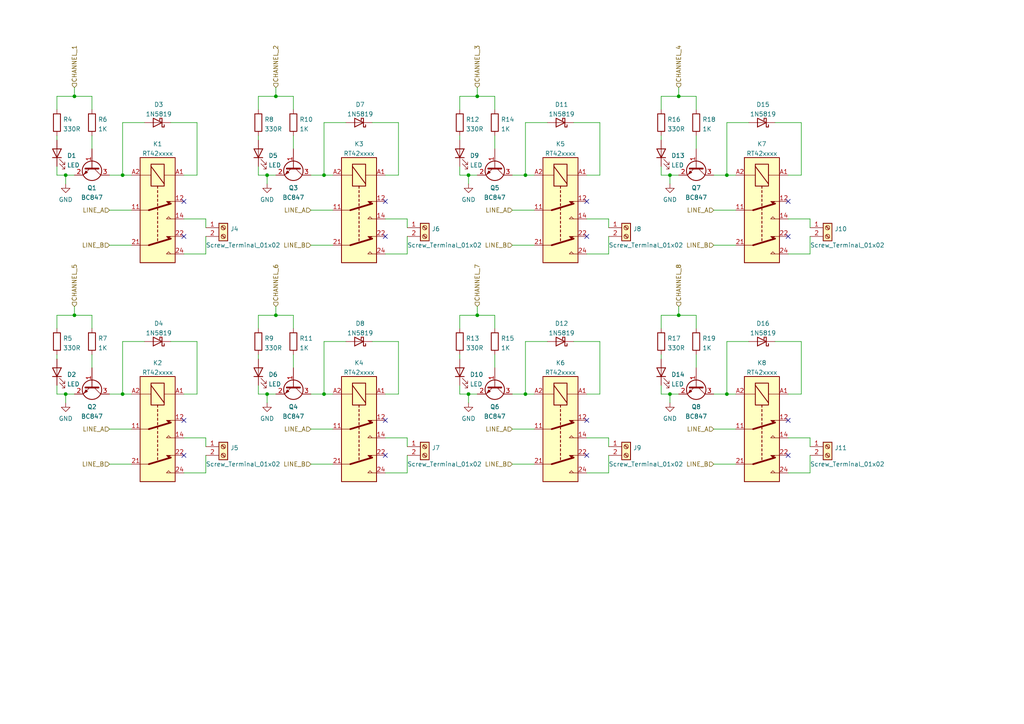
<source format=kicad_sch>
(kicad_sch (version 20211123) (generator eeschema)
  (paper "A4")
  (title_block (title "8 Channel Relay") (date "2022-03-19") (rev "1.0.0") (company "Matthew Nickson") (comment 1 "Licence: CC-BY-SA-4.0"))
  (lib_symbols
    (symbol "Connector:Screw_Terminal_01x02" (pin_names (offset 1.016) hide)
      (property "Reference" "J" (at 0 2.54 0))
      (property "Value" "Screw_Terminal_01x02" (at 0 -5.08 0))
      (symbol "Screw_Terminal_01x02_1_1"
        (rectangle (start -1.27 1.27) (end 1.27 -3.81) (stroke (width 0.254)) (fill (type background)))
        (circle (center 0 -2.54) (radius 0.635) (stroke (width 0.1524)))
        (polyline (pts (xy -0.5334 -2.2098) (xy 0.3302 -3.048)) (stroke (width 0.1524)))
        (polyline (pts (xy -0.5334 0.3302) (xy 0.3302 -0.508)) (stroke (width 0.1524)))
        (polyline (pts (xy -0.3556 -2.032) (xy 0.508 -2.8702)) (stroke (width 0.1524)))
        (polyline (pts (xy -0.3556 0.508) (xy 0.508 -0.3302)) (stroke (width 0.1524)))
        (circle (center 0 0) (radius 0.635) (stroke (width 0.1524)))
        (pin passive line (at -5.08 0 0) (length 3.81) (name "Pin_1") (number "1"))
        (pin passive line (at -5.08 -2.54 0) (length 3.81) (name "Pin_2") (number "2"))
      )
    )
    (symbol "Device:LED" (pin_numbers hide) (pin_names (offset 1.016) hide)
      (property "Reference" "D" (at 0 2.54 0))
      (property "Value" "LED" (at 0 -2.54 0))
      (symbol "LED_0_1"
        (polyline (pts (xy -1.27 -1.27) (xy -1.27 1.27)) (stroke (width 0.254)))
        (polyline (pts (xy -1.27 0) (xy 1.27 0)))
        (polyline (pts (xy 1.27 -1.27) (xy 1.27 1.27) (xy -1.27 0) (xy 1.27 -1.27)) (stroke (width 0.254)))
        (polyline (pts (xy -3.048 -0.762) (xy -4.572 -2.286) (xy -3.81 -2.286) (xy -4.572 -2.286) (xy -4.572 -1.524)))
        (polyline (pts (xy -1.778 -0.762) (xy -3.302 -2.286) (xy -2.54 -2.286) (xy -3.302 -2.286) (xy -3.302 -1.524)))
      )
      (symbol "LED_1_1"
        (pin passive line (at -3.81 0 0) (length 2.54) (name "K") (number "1"))
        (pin passive line (at 3.81 0 180) (length 2.54) (name "A") (number "2"))
      )
    )
    (symbol "Device:R" (pin_numbers hide) (pin_names (offset 0))
      (property "Reference" "R" (at 2.032 0 90))
      (property "Value" "R" (at 0 0 90))
      (symbol "R_0_1"
        (rectangle (start -1.016 -2.54) (end 1.016 2.54) (stroke (width 0.254)))
      )
      (symbol "R_1_1"
        (pin passive line (at 0 3.81 270) (length 1.27) (name "~") (number "1"))
        (pin passive line (at 0 -3.81 90) (length 1.27) (name "~") (number "2"))
      )
    )
    (symbol "Diode:1N5819" (pin_numbers hide) (pin_names (offset 1.016) hide)
      (property "Reference" "D" (at 0 2.54 0))
      (property "Value" "1N5819" (at 0 -2.54 0))
      (symbol "1N5819_0_1"
        (polyline (pts (xy 1.27 0) (xy -1.27 0)))
        (polyline (pts (xy 1.27 1.27) (xy 1.27 -1.27) (xy -1.27 0) (xy 1.27 1.27)) (stroke (width 0.254)))
        (polyline (pts (xy -1.905 0.635) (xy -1.905 1.27) (xy -1.27 1.27) (xy -1.27 -1.27) (xy -0.635 -1.27) (xy -0.635 -0.635)) (stroke (width 0.254)))
      )
      (symbol "1N5819_1_1"
        (pin passive line (at -3.81 0 0) (length 2.54) (name "K") (number "1"))
        (pin passive line (at 3.81 0 180) (length 2.54) (name "A") (number "2"))
      )
    )
    (symbol "Relay:RT42xxxx"
      (property "Reference" "K" (at 16.51 3.81 0))
      (property "Value" "RT42xxxx" (at 16.51 1.27 0))
      (symbol "RT42xxxx_0_1"
        (rectangle (start -15.24 5.08) (end 15.24 -5.08) (stroke (width 0.254)) (fill (type background)))
        (rectangle (start -13.335 1.905) (end -6.985 -1.905) (stroke (width 0.254)))
        (polyline (pts (xy -12.7 -1.905) (xy -7.62 1.905)) (stroke (width 0.254)))
        (polyline (pts (xy -10.16 -5.08) (xy -10.16 -1.905)))
        (polyline (pts (xy -10.16 5.08) (xy -10.16 1.905)))
        (polyline (pts (xy -6.985 0) (xy -6.35 0)) (stroke (width 0.254)))
        (polyline (pts (xy -5.715 0) (xy -5.08 0)) (stroke (width 0.254)))
        (polyline (pts (xy -4.445 0) (xy -3.81 0)) (stroke (width 0.254)))
        (polyline (pts (xy -3.175 0) (xy -2.54 0)) (stroke (width 0.254)))
        (polyline (pts (xy -1.905 0) (xy -1.27 0)) (stroke (width 0.254)))
        (polyline (pts (xy -0.635 0) (xy 0 0)) (stroke (width 0.254)))
        (polyline (pts (xy 0 -2.54) (xy -1.905 3.81)) (stroke (width 0.508)))
        (polyline (pts (xy 0 -2.54) (xy 0 -5.08)))
        (polyline (pts (xy 0.635 0) (xy 1.27 0)) (stroke (width 0.254)))
        (polyline (pts (xy 1.905 0) (xy 2.54 0)) (stroke (width 0.254)))
        (polyline (pts (xy 3.175 0) (xy 3.81 0)) (stroke (width 0.254)))
        (polyline (pts (xy 4.445 0) (xy 5.08 0)) (stroke (width 0.254)))
        (polyline (pts (xy 5.715 0) (xy 6.35 0)) (stroke (width 0.254)))
        (polyline (pts (xy 6.985 0) (xy 7.62 0)) (stroke (width 0.254)))
        (polyline (pts (xy 8.255 0) (xy 8.89 0)) (stroke (width 0.254)))
        (polyline (pts (xy 10.16 -2.54) (xy 8.255 3.81)) (stroke (width 0.508)))
        (polyline (pts (xy 10.16 -2.54) (xy 10.16 -5.08)))
        (polyline (pts (xy -2.54 5.08) (xy -2.54 2.54) (xy -1.905 3.175) (xy -2.54 3.81)) (fill (type outline)))
        (polyline (pts (xy 2.54 5.08) (xy 2.54 2.54) (xy 1.905 3.175) (xy 2.54 3.81)))
        (polyline (pts (xy 7.62 5.08) (xy 7.62 2.54) (xy 8.255 3.175) (xy 7.62 3.81)) (fill (type outline)))
        (polyline (pts (xy 12.7 5.08) (xy 12.7 2.54) (xy 12.065 3.175) (xy 12.7 3.81)))
      )
      (symbol "RT42xxxx_1_1"
        (pin passive line (at 0 -7.62 90) (length 2.54) (name "~") (number "11"))
        (pin passive line (at -2.54 7.62 270) (length 2.54) (name "~") (number "12"))
        (pin passive line (at 2.54 7.62 270) (length 2.54) (name "~") (number "14"))
        (pin passive line (at 10.16 -7.62 90) (length 2.54) (name "~") (number "21"))
        (pin passive line (at 7.62 7.62 270) (length 2.54) (name "~") (number "22"))
        (pin passive line (at 12.7 7.62 270) (length 2.54) (name "~") (number "24"))
        (pin passive line (at -10.16 7.62 270) (length 2.54) (name "~") (number "A1"))
        (pin passive line (at -10.16 -7.62 90) (length 2.54) (name "~") (number "A2"))
      )
    )
    (symbol "Transistor_BJT:BC847" (pin_names (offset 0) hide)
      (property "Reference" "Q" (at 5.08 1.905 0))
      (property "Value" "BC847" (at 5.08 0 0))
      (symbol "BC847_0_1"
        (polyline (pts (xy 0.635 0.635) (xy 2.54 2.54)))
        (polyline (pts (xy 0.635 -0.635) (xy 2.54 -2.54) (xy 2.54 -2.54)))
        (polyline (pts (xy 0.635 1.905) (xy 0.635 -1.905) (xy 0.635 -1.905)) (stroke (width 0.508)))
        (polyline (pts (xy 1.27 -1.778) (xy 1.778 -1.27) (xy 2.286 -2.286) (xy 1.27 -1.778) (xy 1.27 -1.778)) (fill (type outline)))
        (circle (center 1.27 0) (radius 2.8194) (stroke (width 0.254)))
      )
      (symbol "BC847_1_1"
        (pin input line (at -5.08 0 0) (length 5.715) (name "B") (number "1"))
        (pin passive line (at 2.54 -5.08 90) (length 2.54) (name "E") (number "2"))
        (pin passive line (at 2.54 5.08 270) (length 2.54) (name "C") (number "3"))
      )
    )
    (symbol "power:GND" (power) (pin_names (offset 0))
      (property "Value" "GND" (at 0 -3.81 0))
      (symbol "GND_0_1"
        (polyline (pts (xy 0 0) (xy 0 -1.27) (xy 1.27 -1.27) (xy 0 -2.54) (xy -1.27 -1.27) (xy 0 -1.27)))
      )
      (symbol "GND_1_1"
        (pin power_in line (at 0 0 270) (length 0) hide (name "GND") (number "1"))
      )
    )
  )
  (junction (at 93.98 50.8))
  (junction (at 77.47 50.8))
  (junction (at 196.85 27.94))
  (junction (at 194.31 50.8))
  (junction (at 19.05 114.3))
  (junction (at 152.4 50.8))
  (junction (at 138.43 91.44))
  (junction (at 135.89 50.8))
  (junction (at 194.31 114.3))
  (junction (at 210.82 114.3))
  (junction (at 21.59 27.94))
  (junction (at 138.43 27.94))
  (junction (at 80.01 91.44))
  (junction (at 135.89 114.3))
  (junction (at 19.05 50.8))
  (junction (at 210.82 50.8))
  (junction (at 21.59 91.44))
  (junction (at 196.85 91.44))
  (junction (at 80.01 27.94))
  (junction (at 35.56 114.3))
  (junction (at 77.47 114.3))
  (junction (at 152.4 114.3))
  (junction (at 35.56 50.8))
  (junction (at 93.98 114.3))
  (no_connect (at 170.18 68.58))
  (no_connect (at 111.76 121.92))
  (no_connect (at 53.34 132.08))
  (no_connect (at 53.34 121.92))
  (no_connect (at 228.6 68.58))
  (no_connect (at 170.18 132.08))
  (no_connect (at 170.18 121.92))
  (no_connect (at 228.6 132.08))
  (no_connect (at 228.6 58.42))
  (no_connect (at 170.18 58.42))
  (no_connect (at 111.76 68.58))
  (no_connect (at 53.34 58.42))
  (no_connect (at 53.34 68.58))
  (no_connect (at 111.76 58.42))
  (no_connect (at 111.76 132.08))
  (no_connect (at 228.6 121.92))
  (wire (pts (xy 16.51 27.94) (xy 16.51 31.75)))
  (wire (pts (xy 53.34 127) (xy 59.69 127)))
  (wire (pts (xy 26.67 91.44) (xy 21.59 91.44)))
  (wire (pts (xy 16.51 102.87) (xy 16.51 104.14)))
  (wire (pts (xy 80.01 27.94) (xy 74.93 27.94)))
  (wire (pts (xy 201.93 95.25) (xy 201.93 91.44)))
  (wire (pts (xy 133.35 50.8) (xy 135.89 50.8)))
  (wire (pts (xy 57.15 35.56) (xy 57.15 50.8)))
  (wire (pts (xy 80.01 88.9) (xy 80.01 91.44)))
  (wire (pts (xy 74.93 39.37) (xy 74.93 40.64)))
  (wire (pts (xy 19.05 53.34) (xy 19.05 50.8)))
  (wire (pts (xy 196.85 25.4) (xy 196.85 27.94)))
  (wire (pts (xy 138.43 91.44) (xy 133.35 91.44)))
  (wire (pts (xy 232.41 35.56) (xy 232.41 50.8)))
  (wire (pts (xy 143.51 102.87) (xy 143.51 106.68)))
  (wire (pts (xy 173.99 35.56) (xy 173.99 50.8)))
  (wire (pts (xy 90.17 124.46) (xy 96.52 124.46)))
  (wire (pts (xy 35.56 114.3) (xy 38.1 114.3)))
  (wire (pts (xy 196.85 91.44) (xy 191.77 91.44)))
  (wire (pts (xy 210.82 114.3) (xy 213.36 114.3)))
  (wire (pts (xy 201.93 91.44) (xy 196.85 91.44)))
  (wire (pts (xy 16.51 39.37) (xy 16.51 40.64)))
  (wire (pts (xy 138.43 25.4) (xy 138.43 27.94)))
  (wire (pts (xy 85.09 39.37) (xy 85.09 43.18)))
  (wire (pts (xy 85.09 91.44) (xy 80.01 91.44)))
  (wire (pts (xy 148.59 71.12) (xy 154.94 71.12)))
  (wire (pts (xy 31.75 124.46) (xy 38.1 124.46)))
  (wire (pts (xy 80.01 25.4) (xy 80.01 27.94)))
  (wire (pts (xy 148.59 50.8) (xy 152.4 50.8)))
  (wire (pts (xy 232.41 99.06) (xy 232.41 114.3)))
  (wire (pts (xy 74.93 102.87) (xy 74.93 104.14)))
  (wire (pts (xy 176.53 73.66) (xy 176.53 68.58)))
  (wire (pts (xy 26.67 102.87) (xy 26.67 106.68)))
  (wire (pts (xy 85.09 95.25) (xy 85.09 91.44)))
  (wire (pts (xy 191.77 114.3) (xy 194.31 114.3)))
  (wire (pts (xy 228.6 63.5) (xy 234.95 63.5)))
  (wire (pts (xy 21.59 91.44) (xy 16.51 91.44)))
  (wire (pts (xy 224.79 99.06) (xy 232.41 99.06)))
  (wire (pts (xy 118.11 73.66) (xy 118.11 68.58)))
  (wire (pts (xy 53.34 137.16) (xy 59.69 137.16)))
  (wire (pts (xy 148.59 124.46) (xy 154.94 124.46)))
  (wire (pts (xy 19.05 114.3) (xy 21.59 114.3)))
  (wire (pts (xy 210.82 50.8) (xy 213.36 50.8)))
  (wire (pts (xy 135.89 116.84) (xy 135.89 114.3)))
  (wire (pts (xy 74.93 114.3) (xy 77.47 114.3)))
  (wire (pts (xy 90.17 60.96) (xy 96.52 60.96)))
  (wire (pts (xy 143.51 39.37) (xy 143.51 43.18)))
  (wire (pts (xy 107.95 35.56) (xy 115.57 35.56)))
  (wire (pts (xy 133.35 48.26) (xy 133.35 50.8)))
  (wire (pts (xy 77.47 50.8) (xy 80.01 50.8)))
  (wire (pts (xy 158.75 35.56) (xy 152.4 35.56)))
  (wire (pts (xy 217.17 35.56) (xy 210.82 35.56)))
  (wire (pts (xy 85.09 102.87) (xy 85.09 106.68)))
  (wire (pts (xy 53.34 73.66) (xy 59.69 73.66)))
  (wire (pts (xy 207.01 124.46) (xy 213.36 124.46)))
  (wire (pts (xy 228.6 137.16) (xy 234.95 137.16)))
  (wire (pts (xy 148.59 114.3) (xy 152.4 114.3)))
  (wire (pts (xy 232.41 50.8) (xy 228.6 50.8)))
  (wire (pts (xy 90.17 114.3) (xy 93.98 114.3)))
  (wire (pts (xy 191.77 48.26) (xy 191.77 50.8)))
  (wire (pts (xy 143.51 31.75) (xy 143.51 27.94)))
  (wire (pts (xy 74.93 111.76) (xy 74.93 114.3)))
  (wire (pts (xy 93.98 114.3) (xy 96.52 114.3)))
  (wire (pts (xy 152.4 35.56) (xy 152.4 50.8)))
  (wire (pts (xy 133.35 114.3) (xy 135.89 114.3)))
  (wire (pts (xy 234.95 73.66) (xy 234.95 68.58)))
  (wire (pts (xy 133.35 102.87) (xy 133.35 104.14)))
  (wire (pts (xy 158.75 99.06) (xy 152.4 99.06)))
  (wire (pts (xy 133.35 39.37) (xy 133.35 40.64)))
  (wire (pts (xy 21.59 25.4) (xy 21.59 27.94)))
  (wire (pts (xy 234.95 127) (xy 234.95 129.54)))
  (wire (pts (xy 111.76 127) (xy 118.11 127)))
  (wire (pts (xy 133.35 111.76) (xy 133.35 114.3)))
  (wire (pts (xy 191.77 27.94) (xy 191.77 31.75)))
  (wire (pts (xy 31.75 71.12) (xy 38.1 71.12)))
  (wire (pts (xy 224.79 35.56) (xy 232.41 35.56)))
  (wire (pts (xy 74.93 48.26) (xy 74.93 50.8)))
  (wire (pts (xy 115.57 99.06) (xy 115.57 114.3)))
  (wire (pts (xy 232.41 114.3) (xy 228.6 114.3)))
  (wire (pts (xy 74.93 91.44) (xy 74.93 95.25)))
  (wire (pts (xy 21.59 27.94) (xy 16.51 27.94)))
  (wire (pts (xy 143.51 91.44) (xy 138.43 91.44)))
  (wire (pts (xy 111.76 73.66) (xy 118.11 73.66)))
  (wire (pts (xy 49.53 99.06) (xy 57.15 99.06)))
  (wire (pts (xy 138.43 88.9) (xy 138.43 91.44)))
  (wire (pts (xy 100.33 35.56) (xy 93.98 35.56)))
  (wire (pts (xy 133.35 91.44) (xy 133.35 95.25)))
  (wire (pts (xy 26.67 39.37) (xy 26.67 43.18)))
  (wire (pts (xy 194.31 50.8) (xy 196.85 50.8)))
  (wire (pts (xy 170.18 137.16) (xy 176.53 137.16)))
  (wire (pts (xy 196.85 88.9) (xy 196.85 91.44)))
  (wire (pts (xy 74.93 27.94) (xy 74.93 31.75)))
  (wire (pts (xy 191.77 50.8) (xy 194.31 50.8)))
  (wire (pts (xy 49.53 35.56) (xy 57.15 35.56)))
  (wire (pts (xy 77.47 116.84) (xy 77.47 114.3)))
  (wire (pts (xy 207.01 71.12) (xy 213.36 71.12)))
  (wire (pts (xy 16.51 114.3) (xy 19.05 114.3)))
  (wire (pts (xy 194.31 114.3) (xy 196.85 114.3)))
  (wire (pts (xy 90.17 134.62) (xy 96.52 134.62)))
  (wire (pts (xy 57.15 99.06) (xy 57.15 114.3)))
  (wire (pts (xy 31.75 60.96) (xy 38.1 60.96)))
  (wire (pts (xy 115.57 50.8) (xy 111.76 50.8)))
  (wire (pts (xy 31.75 134.62) (xy 38.1 134.62)))
  (wire (pts (xy 135.89 50.8) (xy 138.43 50.8)))
  (wire (pts (xy 19.05 116.84) (xy 19.05 114.3)))
  (wire (pts (xy 26.67 31.75) (xy 26.67 27.94)))
  (wire (pts (xy 176.53 127) (xy 176.53 129.54)))
  (wire (pts (xy 176.53 63.5) (xy 176.53 66.04)))
  (wire (pts (xy 118.11 63.5) (xy 118.11 66.04)))
  (wire (pts (xy 41.91 35.56) (xy 35.56 35.56)))
  (wire (pts (xy 77.47 53.34) (xy 77.47 50.8)))
  (wire (pts (xy 173.99 114.3) (xy 170.18 114.3)))
  (wire (pts (xy 170.18 63.5) (xy 176.53 63.5)))
  (wire (pts (xy 107.95 99.06) (xy 115.57 99.06)))
  (wire (pts (xy 176.53 137.16) (xy 176.53 132.08)))
  (wire (pts (xy 207.01 50.8) (xy 210.82 50.8)))
  (wire (pts (xy 143.51 27.94) (xy 138.43 27.94)))
  (wire (pts (xy 57.15 114.3) (xy 53.34 114.3)))
  (wire (pts (xy 41.91 99.06) (xy 35.56 99.06)))
  (wire (pts (xy 210.82 35.56) (xy 210.82 50.8)))
  (wire (pts (xy 93.98 99.06) (xy 93.98 114.3)))
  (wire (pts (xy 152.4 114.3) (xy 154.94 114.3)))
  (wire (pts (xy 135.89 53.34) (xy 135.89 50.8)))
  (wire (pts (xy 234.95 137.16) (xy 234.95 132.08)))
  (wire (pts (xy 85.09 27.94) (xy 80.01 27.94)))
  (wire (pts (xy 210.82 99.06) (xy 210.82 114.3)))
  (wire (pts (xy 59.69 137.16) (xy 59.69 132.08)))
  (wire (pts (xy 138.43 27.94) (xy 133.35 27.94)))
  (wire (pts (xy 111.76 137.16) (xy 118.11 137.16)))
  (wire (pts (xy 90.17 71.12) (xy 96.52 71.12)))
  (wire (pts (xy 115.57 114.3) (xy 111.76 114.3)))
  (wire (pts (xy 191.77 102.87) (xy 191.77 104.14)))
  (wire (pts (xy 148.59 60.96) (xy 154.94 60.96)))
  (wire (pts (xy 207.01 134.62) (xy 213.36 134.62)))
  (wire (pts (xy 148.59 134.62) (xy 154.94 134.62)))
  (wire (pts (xy 152.4 50.8) (xy 154.94 50.8)))
  (wire (pts (xy 207.01 60.96) (xy 213.36 60.96)))
  (wire (pts (xy 26.67 95.25) (xy 26.67 91.44)))
  (wire (pts (xy 57.15 50.8) (xy 53.34 50.8)))
  (wire (pts (xy 19.05 50.8) (xy 21.59 50.8)))
  (wire (pts (xy 93.98 35.56) (xy 93.98 50.8)))
  (wire (pts (xy 31.75 50.8) (xy 35.56 50.8)))
  (wire (pts (xy 35.56 99.06) (xy 35.56 114.3)))
  (wire (pts (xy 207.01 114.3) (xy 210.82 114.3)))
  (wire (pts (xy 191.77 39.37) (xy 191.77 40.64)))
  (wire (pts (xy 191.77 91.44) (xy 191.77 95.25)))
  (wire (pts (xy 234.95 63.5) (xy 234.95 66.04)))
  (wire (pts (xy 118.11 127) (xy 118.11 129.54)))
  (wire (pts (xy 133.35 27.94) (xy 133.35 31.75)))
  (wire (pts (xy 196.85 27.94) (xy 191.77 27.94)))
  (wire (pts (xy 21.59 88.9) (xy 21.59 91.44)))
  (wire (pts (xy 90.17 50.8) (xy 93.98 50.8)))
  (wire (pts (xy 166.37 35.56) (xy 173.99 35.56)))
  (wire (pts (xy 16.51 91.44) (xy 16.51 95.25)))
  (wire (pts (xy 228.6 127) (xy 234.95 127)))
  (wire (pts (xy 80.01 91.44) (xy 74.93 91.44)))
  (wire (pts (xy 59.69 63.5) (xy 59.69 66.04)))
  (wire (pts (xy 194.31 116.84) (xy 194.31 114.3)))
  (wire (pts (xy 85.09 31.75) (xy 85.09 27.94)))
  (wire (pts (xy 201.93 39.37) (xy 201.93 43.18)))
  (wire (pts (xy 118.11 137.16) (xy 118.11 132.08)))
  (wire (pts (xy 191.77 111.76) (xy 191.77 114.3)))
  (wire (pts (xy 135.89 114.3) (xy 138.43 114.3)))
  (wire (pts (xy 35.56 50.8) (xy 38.1 50.8)))
  (wire (pts (xy 16.51 111.76) (xy 16.51 114.3)))
  (wire (pts (xy 26.67 27.94) (xy 21.59 27.94)))
  (wire (pts (xy 173.99 99.06) (xy 173.99 114.3)))
  (wire (pts (xy 170.18 127) (xy 176.53 127)))
  (wire (pts (xy 31.75 114.3) (xy 35.56 114.3)))
  (wire (pts (xy 194.31 53.34) (xy 194.31 50.8)))
  (wire (pts (xy 100.33 99.06) (xy 93.98 99.06)))
  (wire (pts (xy 170.18 73.66) (xy 176.53 73.66)))
  (wire (pts (xy 53.34 63.5) (xy 59.69 63.5)))
  (wire (pts (xy 173.99 50.8) (xy 170.18 50.8)))
  (wire (pts (xy 59.69 73.66) (xy 59.69 68.58)))
  (wire (pts (xy 201.93 27.94) (xy 196.85 27.94)))
  (wire (pts (xy 143.51 95.25) (xy 143.51 91.44)))
  (wire (pts (xy 166.37 99.06) (xy 173.99 99.06)))
  (wire (pts (xy 16.51 50.8) (xy 19.05 50.8)))
  (wire (pts (xy 93.98 50.8) (xy 96.52 50.8)))
  (wire (pts (xy 228.6 73.66) (xy 234.95 73.66)))
  (wire (pts (xy 74.93 50.8) (xy 77.47 50.8)))
  (wire (pts (xy 77.47 114.3) (xy 80.01 114.3)))
  (wire (pts (xy 152.4 99.06) (xy 152.4 114.3)))
  (wire (pts (xy 111.76 63.5) (xy 118.11 63.5)))
  (wire (pts (xy 16.51 48.26) (xy 16.51 50.8)))
  (wire (pts (xy 201.93 31.75) (xy 201.93 27.94)))
  (wire (pts (xy 115.57 35.56) (xy 115.57 50.8)))
  (wire (pts (xy 59.69 127) (xy 59.69 129.54)))
  (wire (pts (xy 217.17 99.06) (xy 210.82 99.06)))
  (wire (pts (xy 35.56 35.56) (xy 35.56 50.8)))
  (wire (pts (xy 201.93 102.87) (xy 201.93 106.68)))
  (hierarchical_label "CHANNEL_6" (shape input) (at 80.01 88.9 90))
  (hierarchical_label "LINE_B" (shape input) (at 207.01 71.12 180))
  (hierarchical_label "LINE_B" (shape input) (at 148.59 134.62 180))
  (hierarchical_label "LINE_B" (shape input) (at 148.59 71.12 180))
  (hierarchical_label "LINE_A" (shape input) (at 207.01 124.46 180))
  (hierarchical_label "LINE_A" (shape input) (at 148.59 60.96 180))
  (hierarchical_label "LINE_A" (shape input) (at 31.75 60.96 180))
  (hierarchical_label "CHANNEL_3" (shape input) (at 138.43 25.4 90))
  (hierarchical_label "LINE_B" (shape input) (at 90.17 134.62 180))
  (hierarchical_label "LINE_A" (shape input) (at 148.59 124.46 180))
  (hierarchical_label "CHANNEL_8" (shape input) (at 196.85 88.9 90))
  (hierarchical_label "LINE_B" (shape input) (at 207.01 134.62 180))
  (hierarchical_label "CHANNEL_7" (shape input) (at 138.43 88.9 90))
  (hierarchical_label "LINE_B" (shape input) (at 31.75 71.12 180))
  (hierarchical_label "CHANNEL_5" (shape input) (at 21.59 88.9 90))
  (hierarchical_label "LINE_A" (shape input) (at 207.01 60.96 180))
  (hierarchical_label "LINE_A" (shape input) (at 31.75 124.46 180))
  (hierarchical_label "LINE_A" (shape input) (at 90.17 60.96 180))
  (hierarchical_label "LINE_A" (shape input) (at 90.17 124.46 180))
  (hierarchical_label "CHANNEL_4" (shape input) (at 196.85 25.4 90))
  (hierarchical_label "LINE_B" (shape input) (at 90.17 71.12 180))
  (hierarchical_label "LINE_B" (shape input) (at 31.75 134.62 180))
  (hierarchical_label "CHANNEL_1" (shape input) (at 21.59 25.4 90))
  (hierarchical_label "CHANNEL_2" (shape input) (at 80.01 25.4 90))
  (symbol (lib_id "Diode:1N5819") (at 45.72 35.56 180) (unit 1)
    (property "Reference" "D3" (at 46.0375 30.3235 0))
    (property "Value" "1N5819" (at 46.0375 33.0986 0))
    (property "Footprint" "Diode_SMD:D_SMA" (effects hide))
    (property "Datasheet" "http://www.vishay.com/docs/88525/1n5817.pdf" (effects hide))
  )
  (symbol (lib_id "Device:R") (at 74.93 35.56 0) (unit 1)
    (property "Reference" "R8" (at 76.708 34.6515 0) (effects (justify left)))
    (property "Value" "330R" (at 76.708 37.4266 0) (effects (justify left)))
    (property "Footprint" "Resistor_SMD:R_0805_2012Metric" (effects hide))
  )
  (symbol (lib_id "Connector:Screw_Terminal_01x02") (at 64.77 129.54 0) (unit 1)
    (property "Reference" "J5" (at 66.802 129.9015 0) (effects (justify left)))
    (property "Value" "Screw_Terminal_01x02" (at 59.69 134.62 0) (effects (justify left)))
    (property "Footprint" "TerminalBlock:TerminalBlock_bornier-2_P5.08mm" (effects hide))
  )
  (symbol (lib_id "Device:R") (at 133.35 99.06 0) (unit 1)
    (property "Reference" "R13" (at 135.128 98.1515 0) (effects (justify left)))
    (property "Value" "330R" (at 135.128 100.9266 0) (effects (justify left)))
    (property "Footprint" "Resistor_SMD:R_0805_2012Metric" (effects hide))
  )
  (symbol (lib_id "Connector:Screw_Terminal_01x02") (at 181.61 66.04 0) (unit 1)
    (property "Reference" "J8" (at 183.642 66.4015 0) (effects (justify left)))
    (property "Value" "Screw_Terminal_01x02" (at 176.53 71.12 0) (effects (justify left)))
    (property "Footprint" "TerminalBlock:TerminalBlock_bornier-2_P5.08mm" (effects hide))
  )
  (symbol (lib_id "Relay:RT42xxxx") (at 162.56 124.46 270) (unit 1)
    (property "Reference" "K6" (at 162.56 105.2535 90))
    (property "Value" "RT42xxxx" (at 162.56 108.0286 90))
    (property "Footprint" "Relay_THT:Relay_DPDT_Schrack-RT2-FormC_RM5mm" (effects hide))
    (property "Datasheet" "http://www.te.com/commerce/DocumentDelivery/DDEController?Action=showdoc&DocId=Data+Sheet%7FRT2%7F1014%7Fpdf%7FEnglish%7FENG_DS_RT2_1014.pdf%7F6-1393243-3" (effects hide))
  )
  (symbol (lib_id "Device:LED") (at 16.51 44.45 90) (unit 1)
    (property "Reference" "D1" (at 19.431 45.129 90) (effects (justify right)))
    (property "Value" "LED" (at 19.431 47.9041 90) (effects (justify right)))
    (property "Footprint" "LED_SMD:LED_0805_2012Metric" (effects hide))
  )
  (symbol (lib_id "Diode:1N5819") (at 45.72 99.06 180) (unit 1)
    (property "Reference" "D4" (at 46.0375 93.8235 0))
    (property "Value" "1N5819" (at 46.0375 96.5986 0))
    (property "Footprint" "Diode_SMD:D_SMA" (effects hide))
    (property "Datasheet" "http://www.vishay.com/docs/88525/1n5817.pdf" (effects hide))
  )
  (symbol (lib_id "Device:LED") (at 191.77 44.45 90) (unit 1)
    (property "Reference" "D13" (at 194.691 45.129 90) (effects (justify right)))
    (property "Value" "LED" (at 194.691 47.9041 90) (effects (justify right)))
    (property "Footprint" "LED_SMD:LED_0805_2012Metric" (effects hide))
  )
  (symbol (lib_id "Device:LED") (at 16.51 107.95 90) (unit 1)
    (property "Reference" "D2" (at 19.431 108.629 90) (effects (justify right)))
    (property "Value" "LED" (at 19.431 111.4041 90) (effects (justify right)))
    (property "Footprint" "LED_SMD:LED_0805_2012Metric" (effects hide))
  )
  (symbol (lib_id "Relay:RT42xxxx") (at 45.72 60.96 270) (unit 1)
    (property "Reference" "K1" (at 45.72 41.7535 90))
    (property "Value" "RT42xxxx" (at 45.72 44.5286 90))
    (property "Footprint" "Relay_THT:Relay_DPDT_Schrack-RT2-FormC_RM5mm" (effects hide))
    (property "Datasheet" "http://www.te.com/commerce/DocumentDelivery/DDEController?Action=showdoc&DocId=Data+Sheet%7FRT2%7F1014%7Fpdf%7FEnglish%7FENG_DS_RT2_1014.pdf%7F6-1393243-3" (effects hide))
  )
  (symbol (lib_id "Connector:Screw_Terminal_01x02") (at 123.19 66.04 0) (unit 1)
    (property "Reference" "J6" (at 125.222 66.4015 0) (effects (justify left)))
    (property "Value" "Screw_Terminal_01x02" (at 118.11 71.12 0) (effects (justify left)))
    (property "Footprint" "TerminalBlock:TerminalBlock_bornier-2_P5.08mm" (effects hide))
  )
  (symbol (lib_id "Transistor_BJT:BC847") (at 143.51 48.26 270) (unit 1)
    (property "Reference" "Q5" (at 143.51 54.4989 90))
    (property "Value" "BC847" (at 143.51 57.274 90))
    (property "Footprint" "Package_TO_SOT_SMD:SOT-23" (effects hide))
    (property "Datasheet" "http://www.infineon.com/dgdl/Infineon-BC847SERIES_BC848SERIES_BC849SERIES_BC850SERIES-DS-v01_01-en.pdf?fileId=db3a304314dca389011541d4630a1657" (effects hide))
  )
  (symbol (lib_id "Relay:RT42xxxx") (at 104.14 60.96 270) (unit 1)
    (property "Reference" "K3" (at 104.14 41.7535 90))
    (property "Value" "RT42xxxx" (at 104.14 44.5286 90))
    (property "Footprint" "Relay_THT:Relay_DPDT_Schrack-RT2-FormC_RM5mm" (effects hide))
    (property "Datasheet" "http://www.te.com/commerce/DocumentDelivery/DDEController?Action=showdoc&DocId=Data+Sheet%7FRT2%7F1014%7Fpdf%7FEnglish%7FENG_DS_RT2_1014.pdf%7F6-1393243-3" (effects hide))
  )
  (symbol (lib_id "Transistor_BJT:BC847") (at 201.93 48.26 270) (unit 1)
    (property "Reference" "Q7" (at 201.93 54.4989 90))
    (property "Value" "BC847" (at 201.93 57.274 90))
    (property "Footprint" "Package_TO_SOT_SMD:SOT-23" (effects hide))
    (property "Datasheet" "http://www.infineon.com/dgdl/Infineon-BC847SERIES_BC848SERIES_BC849SERIES_BC850SERIES-DS-v01_01-en.pdf?fileId=db3a304314dca389011541d4630a1657" (effects hide))
  )
  (symbol (lib_id "Device:R") (at 85.09 35.56 0) (unit 1)
    (property "Reference" "R10" (at 86.868 34.6515 0) (effects (justify left)))
    (property "Value" "1K" (at 86.868 37.4266 0) (effects (justify left)))
    (property "Footprint" "Resistor_SMD:R_0805_2012Metric" (effects hide))
  )
  (symbol (lib_id "Transistor_BJT:BC847") (at 26.67 48.26 270) (unit 1)
    (property "Reference" "Q1" (at 26.67 54.4989 90))
    (property "Value" "BC847" (at 26.67 57.274 90))
    (property "Footprint" "Package_TO_SOT_SMD:SOT-23" (effects hide))
    (property "Datasheet" "http://www.infineon.com/dgdl/Infineon-BC847SERIES_BC848SERIES_BC849SERIES_BC850SERIES-DS-v01_01-en.pdf?fileId=db3a304314dca389011541d4630a1657" (effects hide))
  )
  (symbol (lib_id "Device:R") (at 143.51 99.06 0) (unit 1)
    (property "Reference" "R15" (at 145.288 98.1515 0) (effects (justify left)))
    (property "Value" "1K" (at 145.288 100.9266 0) (effects (justify left)))
    (property "Footprint" "Resistor_SMD:R_0805_2012Metric" (effects hide))
  )
  (symbol (lib_id "Transistor_BJT:BC847") (at 26.67 111.76 270) (unit 1)
    (property "Reference" "Q2" (at 26.67 117.9989 90))
    (property "Value" "BC847" (at 26.67 120.774 90))
    (property "Footprint" "Package_TO_SOT_SMD:SOT-23" (effects hide))
    (property "Datasheet" "http://www.infineon.com/dgdl/Infineon-BC847SERIES_BC848SERIES_BC849SERIES_BC850SERIES-DS-v01_01-en.pdf?fileId=db3a304314dca389011541d4630a1657" (effects hide))
  )
  (symbol (lib_id "Device:R") (at 201.93 99.06 0) (unit 1)
    (property "Reference" "R19" (at 203.708 98.1515 0) (effects (justify left)))
    (property "Value" "1K" (at 203.708 100.9266 0) (effects (justify left)))
    (property "Footprint" "Resistor_SMD:R_0805_2012Metric" (effects hide))
  )
  (symbol (lib_id "Relay:RT42xxxx") (at 220.98 124.46 270) (unit 1)
    (property "Reference" "K8" (at 220.98 105.2535 90))
    (property "Value" "RT42xxxx" (at 220.98 108.0286 90))
    (property "Footprint" "Relay_THT:Relay_DPDT_Schrack-RT2-FormC_RM5mm" (effects hide))
    (property "Datasheet" "http://www.te.com/commerce/DocumentDelivery/DDEController?Action=showdoc&DocId=Data+Sheet%7FRT2%7F1014%7Fpdf%7FEnglish%7FENG_DS_RT2_1014.pdf%7F6-1393243-3" (effects hide))
  )
  (symbol (lib_id "power:GND") (at 194.31 53.34 0) (unit 1)
    (property "Reference" "#PWR019" (effects hide))
    (property "Value" "GND" (at 194.31 57.9025 0))
  )
  (symbol (lib_id "Connector:Screw_Terminal_01x02") (at 181.61 129.54 0) (unit 1)
    (property "Reference" "J9" (at 183.642 129.9015 0) (effects (justify left)))
    (property "Value" "Screw_Terminal_01x02" (at 176.53 134.62 0) (effects (justify left)))
    (property "Footprint" "TerminalBlock:TerminalBlock_bornier-2_P5.08mm" (effects hide))
  )
  (symbol (lib_id "Device:R") (at 201.93 35.56 0) (unit 1)
    (property "Reference" "R18" (at 203.708 34.6515 0) (effects (justify left)))
    (property "Value" "1K" (at 203.708 37.4266 0) (effects (justify left)))
    (property "Footprint" "Resistor_SMD:R_0805_2012Metric" (effects hide))
  )
  (symbol (lib_id "Transistor_BJT:BC847") (at 143.51 111.76 270) (unit 1)
    (property "Reference" "Q6" (at 143.51 117.9989 90))
    (property "Value" "BC847" (at 143.51 120.774 90))
    (property "Footprint" "Package_TO_SOT_SMD:SOT-23" (effects hide))
    (property "Datasheet" "http://www.infineon.com/dgdl/Infineon-BC847SERIES_BC848SERIES_BC849SERIES_BC850SERIES-DS-v01_01-en.pdf?fileId=db3a304314dca389011541d4630a1657" (effects hide))
  )
  (symbol (lib_id "Device:LED") (at 74.93 44.45 90) (unit 1)
    (property "Reference" "D5" (at 77.851 45.129 90) (effects (justify right)))
    (property "Value" "LED" (at 77.851 47.9041 90) (effects (justify right)))
    (property "Footprint" "LED_SMD:LED_0805_2012Metric" (effects hide))
  )
  (symbol (lib_id "Diode:1N5819") (at 104.14 35.56 180) (unit 1)
    (property "Reference" "D7" (at 104.4575 30.3235 0))
    (property "Value" "1N5819" (at 104.4575 33.0986 0))
    (property "Footprint" "Diode_SMD:D_SMA" (effects hide))
    (property "Datasheet" "http://www.vishay.com/docs/88525/1n5817.pdf" (effects hide))
  )
  (symbol (lib_id "Transistor_BJT:BC847") (at 85.09 111.76 270) (unit 1)
    (property "Reference" "Q4" (at 85.09 117.9989 90))
    (property "Value" "BC847" (at 85.09 120.774 90))
    (property "Footprint" "Package_TO_SOT_SMD:SOT-23" (effects hide))
    (property "Datasheet" "http://www.infineon.com/dgdl/Infineon-BC847SERIES_BC848SERIES_BC849SERIES_BC850SERIES-DS-v01_01-en.pdf?fileId=db3a304314dca389011541d4630a1657" (effects hide))
  )
  (symbol (lib_id "Connector:Screw_Terminal_01x02") (at 240.03 66.04 0) (unit 1)
    (property "Reference" "J10" (at 242.062 66.4015 0) (effects (justify left)))
    (property "Value" "Screw_Terminal_01x02" (at 234.95 71.12 0) (effects (justify left)))
    (property "Footprint" "TerminalBlock:TerminalBlock_bornier-2_P5.08mm" (effects hide))
  )
  (symbol (lib_id "Device:R") (at 133.35 35.56 0) (unit 1)
    (property "Reference" "R12" (at 135.128 34.6515 0) (effects (justify left)))
    (property "Value" "330R" (at 135.128 37.4266 0) (effects (justify left)))
    (property "Footprint" "Resistor_SMD:R_0805_2012Metric" (effects hide))
  )
  (symbol (lib_id "power:GND") (at 19.05 53.34 0) (unit 1)
    (property "Reference" "#PWR013" (effects hide))
    (property "Value" "GND" (at 19.05 57.9025 0))
  )
  (symbol (lib_id "Device:R") (at 16.51 35.56 0) (unit 1)
    (property "Reference" "R4" (at 18.288 34.6515 0) (effects (justify left)))
    (property "Value" "330R" (at 18.288 37.4266 0) (effects (justify left)))
    (property "Footprint" "Resistor_SMD:R_0805_2012Metric" (effects hide))
  )
  (symbol (lib_id "Device:LED") (at 74.93 107.95 90) (unit 1)
    (property "Reference" "D6" (at 77.851 108.629 90) (effects (justify right)))
    (property "Value" "LED" (at 77.851 111.4041 90) (effects (justify right)))
    (property "Footprint" "LED_SMD:LED_0805_2012Metric" (effects hide))
  )
  (symbol (lib_id "Device:R") (at 26.67 35.56 0) (unit 1)
    (property "Reference" "R6" (at 28.448 34.6515 0) (effects (justify left)))
    (property "Value" "1K" (at 28.448 37.4266 0) (effects (justify left)))
    (property "Footprint" "Resistor_SMD:R_0805_2012Metric" (effects hide))
  )
  (symbol (lib_id "Diode:1N5819") (at 220.98 99.06 180) (unit 1)
    (property "Reference" "D16" (at 221.2975 93.8235 0))
    (property "Value" "1N5819" (at 221.2975 96.5986 0))
    (property "Footprint" "Diode_SMD:D_SMA" (effects hide))
    (property "Datasheet" "http://www.vishay.com/docs/88525/1n5817.pdf" (effects hide))
  )
  (symbol (lib_id "Device:LED") (at 133.35 107.95 90) (unit 1)
    (property "Reference" "D10" (at 136.271 108.629 90) (effects (justify right)))
    (property "Value" "LED" (at 136.271 111.4041 90) (effects (justify right)))
    (property "Footprint" "LED_SMD:LED_0805_2012Metric" (effects hide))
  )
  (symbol (lib_id "Device:R") (at 85.09 99.06 0) (unit 1)
    (property "Reference" "R11" (at 86.868 98.1515 0) (effects (justify left)))
    (property "Value" "1K" (at 86.868 100.9266 0) (effects (justify left)))
    (property "Footprint" "Resistor_SMD:R_0805_2012Metric" (effects hide))
  )
  (symbol (lib_id "Device:R") (at 143.51 35.56 0) (unit 1)
    (property "Reference" "R14" (at 145.288 34.6515 0) (effects (justify left)))
    (property "Value" "1K" (at 145.288 37.4266 0) (effects (justify left)))
    (property "Footprint" "Resistor_SMD:R_0805_2012Metric" (effects hide))
  )
  (symbol (lib_id "Connector:Screw_Terminal_01x02") (at 123.19 129.54 0) (unit 1)
    (property "Reference" "J7" (at 125.222 129.9015 0) (effects (justify left)))
    (property "Value" "Screw_Terminal_01x02" (at 118.11 134.62 0) (effects (justify left)))
    (property "Footprint" "TerminalBlock:TerminalBlock_bornier-2_P5.08mm" (effects hide))
  )
  (symbol (lib_id "Device:R") (at 191.77 35.56 0) (unit 1)
    (property "Reference" "R16" (at 193.548 34.6515 0) (effects (justify left)))
    (property "Value" "330R" (at 193.548 37.4266 0) (effects (justify left)))
    (property "Footprint" "Resistor_SMD:R_0805_2012Metric" (effects hide))
  )
  (symbol (lib_id "Relay:RT42xxxx") (at 220.98 60.96 270) (unit 1)
    (property "Reference" "K7" (at 220.98 41.7535 90))
    (property "Value" "RT42xxxx" (at 220.98 44.5286 90))
    (property "Footprint" "Relay_THT:Relay_DPDT_Schrack-RT2-FormC_RM5mm" (effects hide))
    (property "Datasheet" "http://www.te.com/commerce/DocumentDelivery/DDEController?Action=showdoc&DocId=Data+Sheet%7FRT2%7F1014%7Fpdf%7FEnglish%7FENG_DS_RT2_1014.pdf%7F6-1393243-3" (effects hide))
  )
  (symbol (lib_id "power:GND") (at 194.31 116.84 0) (unit 1)
    (property "Reference" "#PWR020" (effects hide))
    (property "Value" "GND" (at 194.31 121.4025 0))
  )
  (symbol (lib_id "power:GND") (at 135.89 116.84 0) (unit 1)
    (property "Reference" "#PWR018" (effects hide))
    (property "Value" "GND" (at 135.89 121.4025 0))
  )
  (symbol (lib_id "Relay:RT42xxxx") (at 45.72 124.46 270) (unit 1)
    (property "Reference" "K2" (at 45.72 105.2535 90))
    (property "Value" "RT42xxxx" (at 45.72 108.0286 90))
    (property "Footprint" "Relay_THT:Relay_DPDT_Schrack-RT2-FormC_RM5mm" (effects hide))
    (property "Datasheet" "http://www.te.com/commerce/DocumentDelivery/DDEController?Action=showdoc&DocId=Data+Sheet%7FRT2%7F1014%7Fpdf%7FEnglish%7FENG_DS_RT2_1014.pdf%7F6-1393243-3" (effects hide))
  )
  (symbol (lib_id "Transistor_BJT:BC847") (at 201.93 111.76 270) (unit 1)
    (property "Reference" "Q8" (at 201.93 117.9989 90))
    (property "Value" "BC847" (at 201.93 120.774 90))
    (property "Footprint" "Package_TO_SOT_SMD:SOT-23" (effects hide))
    (property "Datasheet" "http://www.infineon.com/dgdl/Infineon-BC847SERIES_BC848SERIES_BC849SERIES_BC850SERIES-DS-v01_01-en.pdf?fileId=db3a304314dca389011541d4630a1657" (effects hide))
  )
  (symbol (lib_id "Diode:1N5819") (at 162.56 35.56 180) (unit 1)
    (property "Reference" "D11" (at 162.8775 30.3235 0))
    (property "Value" "1N5819" (at 162.8775 33.0986 0))
    (property "Footprint" "Diode_SMD:D_SMA" (effects hide))
    (property "Datasheet" "http://www.vishay.com/docs/88525/1n5817.pdf" (effects hide))
  )
  (symbol (lib_id "power:GND") (at 77.47 116.84 0) (unit 1)
    (property "Reference" "#PWR016" (effects hide))
    (property "Value" "GND" (at 77.47 121.4025 0))
  )
  (symbol (lib_id "Device:R") (at 74.93 99.06 0) (unit 1)
    (property "Reference" "R9" (at 76.708 98.1515 0) (effects (justify left)))
    (property "Value" "330R" (at 76.708 100.9266 0) (effects (justify left)))
    (property "Footprint" "Resistor_SMD:R_0805_2012Metric" (effects hide))
  )
  (symbol (lib_id "Device:R") (at 16.51 99.06 0) (unit 1)
    (property "Reference" "R5" (at 18.288 98.1515 0) (effects (justify left)))
    (property "Value" "330R" (at 18.288 100.9266 0) (effects (justify left)))
    (property "Footprint" "Resistor_SMD:R_0805_2012Metric" (effects hide))
  )
  (symbol (lib_id "Transistor_BJT:BC847") (at 85.09 48.26 270) (unit 1)
    (property "Reference" "Q3" (at 85.09 54.4989 90))
    (property "Value" "BC847" (at 85.09 57.274 90))
    (property "Footprint" "Package_TO_SOT_SMD:SOT-23" (effects hide))
    (property "Datasheet" "http://www.infineon.com/dgdl/Infineon-BC847SERIES_BC848SERIES_BC849SERIES_BC850SERIES-DS-v01_01-en.pdf?fileId=db3a304314dca389011541d4630a1657" (effects hide))
  )
  (symbol (lib_id "Device:R") (at 26.67 99.06 0) (unit 1)
    (property "Reference" "R7" (at 28.448 98.1515 0) (effects (justify left)))
    (property "Value" "1K" (at 28.448 100.9266 0) (effects (justify left)))
    (property "Footprint" "Resistor_SMD:R_0805_2012Metric" (effects hide))
  )
  (symbol (lib_id "Diode:1N5819") (at 104.14 99.06 180) (unit 1)
    (property "Reference" "D8" (at 104.4575 93.8235 0))
    (property "Value" "1N5819" (at 104.4575 96.5986 0))
    (property "Footprint" "Diode_SMD:D_SMA" (effects hide))
    (property "Datasheet" "http://www.vishay.com/docs/88525/1n5817.pdf" (effects hide))
  )
  (symbol (lib_id "power:GND") (at 135.89 53.34 0) (unit 1)
    (property "Reference" "#PWR017" (effects hide))
    (property "Value" "GND" (at 135.89 57.9025 0))
  )
  (symbol (lib_id "Diode:1N5819") (at 220.98 35.56 180) (unit 1)
    (property "Reference" "D15" (at 221.2975 30.3235 0))
    (property "Value" "1N5819" (at 221.2975 33.0986 0))
    (property "Footprint" "Diode_SMD:D_SMA" (effects hide))
    (property "Datasheet" "http://www.vishay.com/docs/88525/1n5817.pdf" (effects hide))
  )
  (symbol (lib_id "Device:R") (at 191.77 99.06 0) (unit 1)
    (property "Reference" "R17" (at 193.548 98.1515 0) (effects (justify left)))
    (property "Value" "330R" (at 193.548 100.9266 0) (effects (justify left)))
    (property "Footprint" "Resistor_SMD:R_0805_2012Metric" (effects hide))
  )
  (symbol (lib_id "Device:LED") (at 133.35 44.45 90) (unit 1)
    (property "Reference" "D9" (at 136.271 45.129 90) (effects (justify right)))
    (property "Value" "LED" (at 136.271 47.9041 90) (effects (justify right)))
    (property "Footprint" "LED_SMD:LED_0805_2012Metric" (effects hide))
  )
  (symbol (lib_id "Connector:Screw_Terminal_01x02") (at 240.03 129.54 0) (unit 1)
    (property "Reference" "J11" (at 242.062 129.9015 0) (effects (justify left)))
    (property "Value" "Screw_Terminal_01x02" (at 234.95 134.62 0) (effects (justify left)))
    (property "Footprint" "TerminalBlock:TerminalBlock_bornier-2_P5.08mm" (effects hide))
  )
  (symbol (lib_id "Connector:Screw_Terminal_01x02") (at 64.77 66.04 0) (unit 1)
    (property "Reference" "J4" (at 66.802 66.4015 0) (effects (justify left)))
    (property "Value" "Screw_Terminal_01x02" (at 59.69 71.12 0) (effects (justify left)))
    (property "Footprint" "TerminalBlock:TerminalBlock_bornier-2_P5.08mm" (effects hide))
  )
  (symbol (lib_id "Diode:1N5819") (at 162.56 99.06 180) (unit 1)
    (property "Reference" "D12" (at 162.8775 93.8235 0))
    (property "Value" "1N5819" (at 162.8775 96.5986 0))
    (property "Footprint" "Diode_SMD:D_SMA" (effects hide))
    (property "Datasheet" "http://www.vishay.com/docs/88525/1n5817.pdf" (effects hide))
  )
  (symbol (lib_id "power:GND") (at 19.05 116.84 0) (unit 1)
    (property "Reference" "#PWR014" (effects hide))
    (property "Value" "GND" (at 19.05 121.4025 0))
  )
  (symbol (lib_id "power:GND") (at 77.47 53.34 0) (unit 1)
    (property "Reference" "#PWR015" (effects hide))
    (property "Value" "GND" (at 77.47 57.9025 0))
  )
  (symbol (lib_id "Device:LED") (at 191.77 107.95 90) (unit 1)
    (property "Reference" "D14" (at 194.691 108.629 90) (effects (justify right)))
    (property "Value" "LED" (at 194.691 111.4041 90) (effects (justify right)))
    (property "Footprint" "LED_SMD:LED_0805_2012Metric" (effects hide))
  )
  (symbol (lib_id "Relay:RT42xxxx") (at 162.56 60.96 270) (unit 1)
    (property "Reference" "K5" (at 162.56 41.7535 90))
    (property "Value" "RT42xxxx" (at 162.56 44.5286 90))
    (property "Footprint" "Relay_THT:Relay_DPDT_Schrack-RT2-FormC_RM5mm" (effects hide))
    (property "Datasheet" "http://www.te.com/commerce/DocumentDelivery/DDEController?Action=showdoc&DocId=Data+Sheet%7FRT2%7F1014%7Fpdf%7FEnglish%7FENG_DS_RT2_1014.pdf%7F6-1393243-3" (effects hide))
  )
  (symbol (lib_id "Relay:RT42xxxx") (at 104.14 124.46 270) (unit 1)
    (property "Reference" "K4" (at 104.14 105.2535 90))
    (property "Value" "RT42xxxx" (at 104.14 108.0286 90))
    (property "Footprint" "Relay_THT:Relay_DPDT_Schrack-RT2-FormC_RM5mm" (effects hide))
    (property "Datasheet" "http://www.te.com/commerce/DocumentDelivery/DDEController?Action=showdoc&DocId=Data+Sheet%7FRT2%7F1014%7Fpdf%7FEnglish%7FENG_DS_RT2_1014.pdf%7F6-1393243-3" (effects hide))
  )
)
</source>
